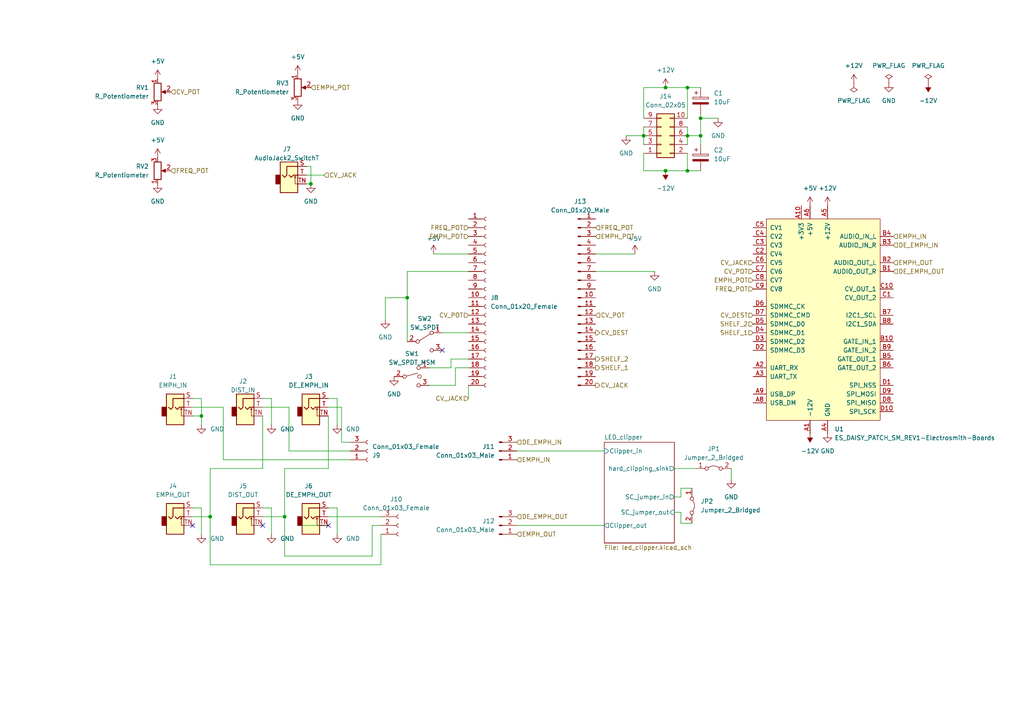
<source format=kicad_sch>
(kicad_sch (version 20211123) (generator eeschema)
  (paper "A4")
  (lib_symbols
    (symbol "Connector:AudioJack2_SwitchT"
      (property "Reference" "J" (at 0 8.89 0))
      (property "Value" "AudioJack2_SwitchT" (at 0 6.35 0))
      (symbol "AudioJack2_SwitchT_0_1"
        (rectangle (start -2.54 0) (end -3.81 -2.54) (stroke (width 0.254)) (fill (type outline)))
        (polyline (pts (xy 1.778 -0.254) (xy 2.032 -0.762)))
        (polyline (pts (xy 0 0) (xy 0.635 -0.635) (xy 1.27 0) (xy 2.54 0)) (stroke (width 0.254)))
        (polyline (pts (xy 2.54 -2.54) (xy 1.778 -2.54) (xy 1.778 -0.254) (xy 1.524 -0.762)))
        (polyline (pts (xy 2.54 2.54) (xy -0.635 2.54) (xy -0.635 0) (xy -1.27 -0.635) (xy -1.905 0)) (stroke (width 0.254)))
        (rectangle (start 2.54 3.81) (end -2.54 -5.08) (stroke (width 0.254)) (fill (type background)))
      )
      (symbol "AudioJack2_SwitchT_1_1"
        (pin passive line (at 5.08 2.54 180) (length 2.54) (name "~") (number "S"))
        (pin passive line (at 5.08 0 180) (length 2.54) (name "~") (number "T"))
        (pin passive line (at 5.08 -2.54 180) (length 2.54) (name "~") (number "TN"))
      )
    )
    (symbol "Connector:Conn_01x03_Female" (pin_names (offset 1.016) hide)
      (property "Reference" "J" (at 0 5.08 0))
      (property "Value" "Conn_01x03_Female" (at 0 -5.08 0))
      (symbol "Conn_01x03_Female_1_1"
        (arc (start 0 -2.032) (mid -0.508 -2.54) (end 0 -3.048) (stroke (width 0.1524)))
        (polyline (pts (xy -1.27 -2.54) (xy -0.508 -2.54)) (stroke (width 0.1524)))
        (polyline (pts (xy -1.27 0) (xy -0.508 0)) (stroke (width 0.1524)))
        (polyline (pts (xy -1.27 2.54) (xy -0.508 2.54)) (stroke (width 0.1524)))
        (arc (start 0 0.508) (mid -0.508 0) (end 0 -0.508) (stroke (width 0.1524)))
        (arc (start 0 3.048) (mid -0.508 2.54) (end 0 2.032) (stroke (width 0.1524)))
        (pin passive line (at -5.08 2.54 0) (length 3.81) (name "Pin_1") (number "1"))
        (pin passive line (at -5.08 0 0) (length 3.81) (name "Pin_2") (number "2"))
        (pin passive line (at -5.08 -2.54 0) (length 3.81) (name "Pin_3") (number "3"))
      )
    )
    (symbol "Connector:Conn_01x03_Male" (pin_names (offset 1.016) hide)
      (property "Reference" "J" (at 0 5.08 0))
      (property "Value" "Conn_01x03_Male" (at 0 -5.08 0))
      (symbol "Conn_01x03_Male_1_1"
        (polyline (pts (xy 1.27 -2.54) (xy 0.8636 -2.54)) (stroke (width 0.1524)))
        (polyline (pts (xy 1.27 0) (xy 0.8636 0)) (stroke (width 0.1524)))
        (polyline (pts (xy 1.27 2.54) (xy 0.8636 2.54)) (stroke (width 0.1524)))
        (rectangle (start 0.8636 -2.413) (end 0 -2.667) (stroke (width 0.1524)) (fill (type outline)))
        (rectangle (start 0.8636 0.127) (end 0 -0.127) (stroke (width 0.1524)) (fill (type outline)))
        (rectangle (start 0.8636 2.667) (end 0 2.413) (stroke (width 0.1524)) (fill (type outline)))
        (pin passive line (at 5.08 2.54 180) (length 3.81) (name "Pin_1") (number "1"))
        (pin passive line (at 5.08 0 180) (length 3.81) (name "Pin_2") (number "2"))
        (pin passive line (at 5.08 -2.54 180) (length 3.81) (name "Pin_3") (number "3"))
      )
    )
    (symbol "Connector:Conn_01x20_Female" (pin_names (offset 1.016) hide)
      (property "Reference" "J" (at 0 25.4 0))
      (property "Value" "Conn_01x20_Female" (at 0 -27.94 0))
      (symbol "Conn_01x20_Female_1_1"
        (arc (start 0 -24.892) (mid -0.508 -25.4) (end 0 -25.908) (stroke (width 0.1524)))
        (arc (start 0 -22.352) (mid -0.508 -22.86) (end 0 -23.368) (stroke (width 0.1524)))
        (arc (start 0 -19.812) (mid -0.508 -20.32) (end 0 -20.828) (stroke (width 0.1524)))
        (arc (start 0 -17.272) (mid -0.508 -17.78) (end 0 -18.288) (stroke (width 0.1524)))
        (arc (start 0 -14.732) (mid -0.508 -15.24) (end 0 -15.748) (stroke (width 0.1524)))
        (arc (start 0 -12.192) (mid -0.508 -12.7) (end 0 -13.208) (stroke (width 0.1524)))
        (arc (start 0 -9.652) (mid -0.508 -10.16) (end 0 -10.668) (stroke (width 0.1524)))
        (arc (start 0 -7.112) (mid -0.508 -7.62) (end 0 -8.128) (stroke (width 0.1524)))
        (arc (start 0 -4.572) (mid -0.508 -5.08) (end 0 -5.588) (stroke (width 0.1524)))
        (arc (start 0 -2.032) (mid -0.508 -2.54) (end 0 -3.048) (stroke (width 0.1524)))
        (polyline (pts (xy -1.27 -25.4) (xy -0.508 -25.4)) (stroke (width 0.1524)))
        (polyline (pts (xy -1.27 -22.86) (xy -0.508 -22.86)) (stroke (width 0.1524)))
        (polyline (pts (xy -1.27 -20.32) (xy -0.508 -20.32)) (stroke (width 0.1524)))
        (polyline (pts (xy -1.27 -17.78) (xy -0.508 -17.78)) (stroke (width 0.1524)))
        (polyline (pts (xy -1.27 -15.24) (xy -0.508 -15.24)) (stroke (width 0.1524)))
        (polyline (pts (xy -1.27 -12.7) (xy -0.508 -12.7)) (stroke (width 0.1524)))
        (polyline (pts (xy -1.27 -10.16) (xy -0.508 -10.16)) (stroke (width 0.1524)))
        (polyline (pts (xy -1.27 -7.62) (xy -0.508 -7.62)) (stroke (width 0.1524)))
        (polyline (pts (xy -1.27 -5.08) (xy -0.508 -5.08)) (stroke (width 0.1524)))
        (polyline (pts (xy -1.27 -2.54) (xy -0.508 -2.54)) (stroke (width 0.1524)))
        (polyline (pts (xy -1.27 0) (xy -0.508 0)) (stroke (width 0.1524)))
        (polyline (pts (xy -1.27 2.54) (xy -0.508 2.54)) (stroke (width 0.1524)))
        (polyline (pts (xy -1.27 5.08) (xy -0.508 5.08)) (stroke (width 0.1524)))
        (polyline (pts (xy -1.27 7.62) (xy -0.508 7.62)) (stroke (width 0.1524)))
        (polyline (pts (xy -1.27 10.16) (xy -0.508 10.16)) (stroke (width 0.1524)))
        (polyline (pts (xy -1.27 12.7) (xy -0.508 12.7)) (stroke (width 0.1524)))
        (polyline (pts (xy -1.27 15.24) (xy -0.508 15.24)) (stroke (width 0.1524)))
        (polyline (pts (xy -1.27 17.78) (xy -0.508 17.78)) (stroke (width 0.1524)))
        (polyline (pts (xy -1.27 20.32) (xy -0.508 20.32)) (stroke (width 0.1524)))
        (polyline (pts (xy -1.27 22.86) (xy -0.508 22.86)) (stroke (width 0.1524)))
        (arc (start 0 0.508) (mid -0.508 0) (end 0 -0.508) (stroke (width 0.1524)))
        (arc (start 0 3.048) (mid -0.508 2.54) (end 0 2.032) (stroke (width 0.1524)))
        (arc (start 0 5.588) (mid -0.508 5.08) (end 0 4.572) (stroke (width 0.1524)))
        (arc (start 0 8.128) (mid -0.508 7.62) (end 0 7.112) (stroke (width 0.1524)))
        (arc (start 0 10.668) (mid -0.508 10.16) (end 0 9.652) (stroke (width 0.1524)))
        (arc (start 0 13.208) (mid -0.508 12.7) (end 0 12.192) (stroke (width 0.1524)))
        (arc (start 0 15.748) (mid -0.508 15.24) (end 0 14.732) (stroke (width 0.1524)))
        (arc (start 0 18.288) (mid -0.508 17.78) (end 0 17.272) (stroke (width 0.1524)))
        (arc (start 0 20.828) (mid -0.508 20.32) (end 0 19.812) (stroke (width 0.1524)))
        (arc (start 0 23.368) (mid -0.508 22.86) (end 0 22.352) (stroke (width 0.1524)))
        (pin passive line (at -5.08 22.86 0) (length 3.81) (name "Pin_1") (number "1"))
        (pin passive line (at -5.08 0 0) (length 3.81) (name "Pin_10") (number "10"))
        (pin passive line (at -5.08 -2.54 0) (length 3.81) (name "Pin_11") (number "11"))
        (pin passive line (at -5.08 -5.08 0) (length 3.81) (name "Pin_12") (number "12"))
        (pin passive line (at -5.08 -7.62 0) (length 3.81) (name "Pin_13") (number "13"))
        (pin passive line (at -5.08 -10.16 0) (length 3.81) (name "Pin_14") (number "14"))
        (pin passive line (at -5.08 -12.7 0) (length 3.81) (name "Pin_15") (number "15"))
        (pin passive line (at -5.08 -15.24 0) (length 3.81) (name "Pin_16") (number "16"))
        (pin passive line (at -5.08 -17.78 0) (length 3.81) (name "Pin_17") (number "17"))
        (pin passive line (at -5.08 -20.32 0) (length 3.81) (name "Pin_18") (number "18"))
        (pin passive line (at -5.08 -22.86 0) (length 3.81) (name "Pin_19") (number "19"))
        (pin passive line (at -5.08 20.32 0) (length 3.81) (name "Pin_2") (number "2"))
        (pin passive line (at -5.08 -25.4 0) (length 3.81) (name "Pin_20") (number "20"))
        (pin passive line (at -5.08 17.78 0) (length 3.81) (name "Pin_3") (number "3"))
        (pin passive line (at -5.08 15.24 0) (length 3.81) (name "Pin_4") (number "4"))
        (pin passive line (at -5.08 12.7 0) (length 3.81) (name "Pin_5") (number "5"))
        (pin passive line (at -5.08 10.16 0) (length 3.81) (name "Pin_6") (number "6"))
        (pin passive line (at -5.08 7.62 0) (length 3.81) (name "Pin_7") (number "7"))
        (pin passive line (at -5.08 5.08 0) (length 3.81) (name "Pin_8") (number "8"))
        (pin passive line (at -5.08 2.54 0) (length 3.81) (name "Pin_9") (number "9"))
      )
    )
    (symbol "Connector:Conn_01x20_Male" (pin_names (offset 1.016) hide)
      (property "Reference" "J" (at 0 25.4 0))
      (property "Value" "Conn_01x20_Male" (at 0 -27.94 0))
      (symbol "Conn_01x20_Male_1_1"
        (polyline (pts (xy 1.27 -25.4) (xy 0.8636 -25.4)) (stroke (width 0.1524)))
        (polyline (pts (xy 1.27 -22.86) (xy 0.8636 -22.86)) (stroke (width 0.1524)))
        (polyline (pts (xy 1.27 -20.32) (xy 0.8636 -20.32)) (stroke (width 0.1524)))
        (polyline (pts (xy 1.27 -17.78) (xy 0.8636 -17.78)) (stroke (width 0.1524)))
        (polyline (pts (xy 1.27 -15.24) (xy 0.8636 -15.24)) (stroke (width 0.1524)))
        (polyline (pts (xy 1.27 -12.7) (xy 0.8636 -12.7)) (stroke (width 0.1524)))
        (polyline (pts (xy 1.27 -10.16) (xy 0.8636 -10.16)) (stroke (width 0.1524)))
        (polyline (pts (xy 1.27 -7.62) (xy 0.8636 -7.62)) (stroke (width 0.1524)))
        (polyline (pts (xy 1.27 -5.08) (xy 0.8636 -5.08)) (stroke (width 0.1524)))
        (polyline (pts (xy 1.27 -2.54) (xy 0.8636 -2.54)) (stroke (width 0.1524)))
        (polyline (pts (xy 1.27 0) (xy 0.8636 0)) (stroke (width 0.1524)))
        (polyline (pts (xy 1.27 2.54) (xy 0.8636 2.54)) (stroke (width 0.1524)))
        (polyline (pts (xy 1.27 5.08) (xy 0.8636 5.08)) (stroke (width 0.1524)))
        (polyline (pts (xy 1.27 7.62) (xy 0.8636 7.62)) (stroke (width 0.1524)))
        (polyline (pts (xy 1.27 10.16) (xy 0.8636 10.16)) (stroke (width 0.1524)))
        (polyline (pts (xy 1.27 12.7) (xy 0.8636 12.7)) (stroke (width 0.1524)))
        (polyline (pts (xy 1.27 15.24) (xy 0.8636 15.24)) (stroke (width 0.1524)))
        (polyline (pts (xy 1.27 17.78) (xy 0.8636 17.78)) (stroke (width 0.1524)))
        (polyline (pts (xy 1.27 20.32) (xy 0.8636 20.32)) (stroke (width 0.1524)))
        (polyline (pts (xy 1.27 22.86) (xy 0.8636 22.86)) (stroke (width 0.1524)))
        (rectangle (start 0.8636 -25.273) (end 0 -25.527) (stroke (width 0.1524)) (fill (type outline)))
        (rectangle (start 0.8636 -22.733) (end 0 -22.987) (stroke (width 0.1524)) (fill (type outline)))
        (rectangle (start 0.8636 -20.193) (end 0 -20.447) (stroke (width 0.1524)) (fill (type outline)))
        (rectangle (start 0.8636 -17.653) (end 0 -17.907) (stroke (width 0.1524)) (fill (type outline)))
        (rectangle (start 0.8636 -15.113) (end 0 -15.367) (stroke (width 0.1524)) (fill (type outline)))
        (rectangle (start 0.8636 -12.573) (end 0 -12.827) (stroke (width 0.1524)) (fill (type outline)))
        (rectangle (start 0.8636 -10.033) (end 0 -10.287) (stroke (width 0.1524)) (fill (type outline)))
        (rectangle (start 0.8636 -7.493) (end 0 -7.747) (stroke (width 0.1524)) (fill (type outline)))
        (rectangle (start 0.8636 -4.953) (end 0 -5.207) (stroke (width 0.1524)) (fill (type outline)))
        (rectangle (start 0.8636 -2.413) (end 0 -2.667) (stroke (width 0.1524)) (fill (type outline)))
        (rectangle (start 0.8636 0.127) (end 0 -0.127) (stroke (width 0.1524)) (fill (type outline)))
        (rectangle (start 0.8636 2.667) (end 0 2.413) (stroke (width 0.1524)) (fill (type outline)))
        (rectangle (start 0.8636 5.207) (end 0 4.953) (stroke (width 0.1524)) (fill (type outline)))
        (rectangle (start 0.8636 7.747) (end 0 7.493) (stroke (width 0.1524)) (fill (type outline)))
        (rectangle (start 0.8636 10.287) (end 0 10.033) (stroke (width 0.1524)) (fill (type outline)))
        (rectangle (start 0.8636 12.827) (end 0 12.573) (stroke (width 0.1524)) (fill (type outline)))
        (rectangle (start 0.8636 15.367) (end 0 15.113) (stroke (width 0.1524)) (fill (type outline)))
        (rectangle (start 0.8636 17.907) (end 0 17.653) (stroke (width 0.1524)) (fill (type outline)))
        (rectangle (start 0.8636 20.447) (end 0 20.193) (stroke (width 0.1524)) (fill (type outline)))
        (rectangle (start 0.8636 22.987) (end 0 22.733) (stroke (width 0.1524)) (fill (type outline)))
        (pin passive line (at 5.08 22.86 180) (length 3.81) (name "Pin_1") (number "1"))
        (pin passive line (at 5.08 0 180) (length 3.81) (name "Pin_10") (number "10"))
        (pin passive line (at 5.08 -2.54 180) (length 3.81) (name "Pin_11") (number "11"))
        (pin passive line (at 5.08 -5.08 180) (length 3.81) (name "Pin_12") (number "12"))
        (pin passive line (at 5.08 -7.62 180) (length 3.81) (name "Pin_13") (number "13"))
        (pin passive line (at 5.08 -10.16 180) (length 3.81) (name "Pin_14") (number "14"))
        (pin passive line (at 5.08 -12.7 180) (length 3.81) (name "Pin_15") (number "15"))
        (pin passive line (at 5.08 -15.24 180) (length 3.81) (name "Pin_16") (number "16"))
        (pin passive line (at 5.08 -17.78 180) (length 3.81) (name "Pin_17") (number "17"))
        (pin passive line (at 5.08 -20.32 180) (length 3.81) (name "Pin_18") (number "18"))
        (pin passive line (at 5.08 -22.86 180) (length 3.81) (name "Pin_19") (number "19"))
        (pin passive line (at 5.08 20.32 180) (length 3.81) (name "Pin_2") (number "2"))
        (pin passive line (at 5.08 -25.4 180) (length 3.81) (name "Pin_20") (number "20"))
        (pin passive line (at 5.08 17.78 180) (length 3.81) (name "Pin_3") (number "3"))
        (pin passive line (at 5.08 15.24 180) (length 3.81) (name "Pin_4") (number "4"))
        (pin passive line (at 5.08 12.7 180) (length 3.81) (name "Pin_5") (number "5"))
        (pin passive line (at 5.08 10.16 180) (length 3.81) (name "Pin_6") (number "6"))
        (pin passive line (at 5.08 7.62 180) (length 3.81) (name "Pin_7") (number "7"))
        (pin passive line (at 5.08 5.08 180) (length 3.81) (name "Pin_8") (number "8"))
        (pin passive line (at 5.08 2.54 180) (length 3.81) (name "Pin_9") (number "9"))
      )
    )
    (symbol "Connector_Generic:Conn_02x05_Odd_Even" (pin_names (offset 1.016) hide)
      (property "Reference" "J" (at 1.27 7.62 0))
      (property "Value" "Conn_02x05_Odd_Even" (at 1.27 -7.62 0))
      (symbol "Conn_02x05_Odd_Even_1_1"
        (rectangle (start -1.27 -4.953) (end 0 -5.207) (stroke (width 0.1524)))
        (rectangle (start -1.27 -2.413) (end 0 -2.667) (stroke (width 0.1524)))
        (rectangle (start -1.27 0.127) (end 0 -0.127) (stroke (width 0.1524)))
        (rectangle (start -1.27 2.667) (end 0 2.413) (stroke (width 0.1524)))
        (rectangle (start -1.27 5.207) (end 0 4.953) (stroke (width 0.1524)))
        (rectangle (start -1.27 6.35) (end 3.81 -6.35) (stroke (width 0.254)) (fill (type background)))
        (rectangle (start 3.81 -4.953) (end 2.54 -5.207) (stroke (width 0.1524)))
        (rectangle (start 3.81 -2.413) (end 2.54 -2.667) (stroke (width 0.1524)))
        (rectangle (start 3.81 0.127) (end 2.54 -0.127) (stroke (width 0.1524)))
        (rectangle (start 3.81 2.667) (end 2.54 2.413) (stroke (width 0.1524)))
        (rectangle (start 3.81 5.207) (end 2.54 4.953) (stroke (width 0.1524)))
        (pin passive line (at -5.08 5.08 0) (length 3.81) (name "Pin_1") (number "1"))
        (pin passive line (at 7.62 -5.08 180) (length 3.81) (name "Pin_10") (number "10"))
        (pin passive line (at 7.62 5.08 180) (length 3.81) (name "Pin_2") (number "2"))
        (pin passive line (at -5.08 2.54 0) (length 3.81) (name "Pin_3") (number "3"))
        (pin passive line (at 7.62 2.54 180) (length 3.81) (name "Pin_4") (number "4"))
        (pin passive line (at -5.08 0 0) (length 3.81) (name "Pin_5") (number "5"))
        (pin passive line (at 7.62 0 180) (length 3.81) (name "Pin_6") (number "6"))
        (pin passive line (at -5.08 -2.54 0) (length 3.81) (name "Pin_7") (number "7"))
        (pin passive line (at 7.62 -2.54 180) (length 3.81) (name "Pin_8") (number "8"))
        (pin passive line (at -5.08 -5.08 0) (length 3.81) (name "Pin_9") (number "9"))
      )
    )
    (symbol "Device:C_Polarized" (pin_numbers hide) (pin_names (offset 0.254))
      (property "Reference" "C" (at 0.635 2.54 0))
      (property "Value" "C_Polarized" (at 0.635 -2.54 0))
      (symbol "C_Polarized_0_1"
        (rectangle (start -2.286 0.508) (end 2.286 1.016))
        (polyline (pts (xy -1.778 2.286) (xy -0.762 2.286)))
        (polyline (pts (xy -1.27 2.794) (xy -1.27 1.778)))
        (rectangle (start 2.286 -0.508) (end -2.286 -1.016) (fill (type outline)))
      )
      (symbol "C_Polarized_1_1"
        (pin passive line (at 0 3.81 270) (length 2.794) (name "~") (number "1"))
        (pin passive line (at 0 -3.81 90) (length 2.794) (name "~") (number "2"))
      )
    )
    (symbol "Device:R_Potentiometer" (pin_names (offset 1.016) hide)
      (property "Reference" "RV" (at -4.445 0 90))
      (property "Value" "R_Potentiometer" (at -2.54 0 90))
      (symbol "R_Potentiometer_0_1"
        (polyline (pts (xy 2.54 0) (xy 1.524 0)))
        (polyline (pts (xy 1.143 0) (xy 2.286 0.508) (xy 2.286 -0.508) (xy 1.143 0)) (fill (type outline)))
        (rectangle (start 1.016 2.54) (end -1.016 -2.54) (stroke (width 0.254)))
      )
      (symbol "R_Potentiometer_1_1"
        (pin passive line (at 0 3.81 270) (length 1.27) (name "1") (number "1"))
        (pin passive line (at 3.81 0 180) (length 1.27) (name "2") (number "2"))
        (pin passive line (at 0 -3.81 90) (length 1.27) (name "3") (number "3"))
      )
    )
    (symbol "Jumper:Jumper_2_Bridged" (pin_names (offset 0) hide)
      (property "Reference" "JP" (at 0 1.905 0))
      (property "Value" "Jumper_2_Bridged" (at 0 -2.54 0))
      (symbol "Jumper_2_Bridged_0_0"
        (circle (center -2.032 0) (radius 0.508))
        (circle (center 2.032 0) (radius 0.508))
      )
      (symbol "Jumper_2_Bridged_0_1"
        (arc (start 1.524 0.254) (mid 0 0.762) (end -1.524 0.254))
      )
      (symbol "Jumper_2_Bridged_1_1"
        (pin passive line (at -5.08 0 0) (length 2.54) (name "A") (number "1"))
        (pin passive line (at 5.08 0 180) (length 2.54) (name "B") (number "2"))
      )
    )
    (symbol "Switch:SW_SPDT" (pin_names (offset 0) hide)
      (property "Reference" "SW" (at 0 4.318 0))
      (property "Value" "SW_SPDT" (at 0 -5.08 0))
      (symbol "SW_SPDT_0_0"
        (circle (center -2.032 0) (radius 0.508))
        (circle (center 2.032 -2.54) (radius 0.508))
      )
      (symbol "SW_SPDT_0_1"
        (polyline (pts (xy -1.524 0.254) (xy 1.651 2.286)))
        (circle (center 2.032 2.54) (radius 0.508))
      )
      (symbol "SW_SPDT_1_1"
        (pin passive line (at 5.08 2.54 180) (length 2.54) (name "A") (number "1"))
        (pin passive line (at -5.08 0 0) (length 2.54) (name "B") (number "2"))
        (pin passive line (at 5.08 -2.54 180) (length 2.54) (name "C") (number "3"))
      )
    )
    (symbol "Switch:SW_SPDT_MSM" (pin_names (offset 0) hide)
      (property "Reference" "SW" (at 0 5.08 0))
      (property "Value" "SW_SPDT_MSM" (at 0 -5.08 0))
      (symbol "SW_SPDT_MSM_0_0"
        (circle (center -2.032 0) (radius 0.508))
        (polyline (pts (xy -1.524 0.127) (xy 1.778 1.016)))
        (circle (center 2.032 -2.54) (radius 0.508))
      )
      (symbol "SW_SPDT_MSM_0_1"
        (circle (center 2.032 2.54) (radius 0.508))
        (circle (center 2.286 0) (radius 0.508))
      )
      (symbol "SW_SPDT_MSM_1_1"
        (pin passive line (at 5.08 2.54 180) (length 2.54) (name "1") (number "1"))
        (pin passive line (at -5.08 0 0) (length 2.54) (name "2") (number "2"))
        (pin passive line (at 5.08 -2.54 180) (length 2.54) (name "3") (number "3"))
      )
    )
    (symbol "emphasis:ES_DAISY_PATCH_SM_REV1-Electrosmith-Boards" (pin_names (offset 1.016))
      (property "Reference" "U" (at 15.24 35.56 0))
      (property "Value" "ES_DAISY_PATCH_SM_REV1-Electrosmith-Boards" (at 15.24 33.02 0))
      (symbol "ES_DAISY_PATCH_SM_REV1-Electrosmith-Boards_0_1"
        (rectangle (start -16.51 29.21) (end 16.51 -29.21) (fill (type background)))
      )
      (symbol "ES_DAISY_PATCH_SM_REV1-Electrosmith-Boards_1_1"
        (pin power_in line (at -3.81 -33.02 90) (length 3.81) (name "-12V") (number "A1"))
        (pin power_in line (at -6.35 33.02 270) (length 3.81) (name "+3V3") (number "A10"))
        (pin input line (at -20.32 -13.97 0) (length 3.81) (name "UART_RX") (number "A2"))
        (pin output line (at -20.32 -16.51 0) (length 3.81) (name "UART_TX") (number "A3"))
        (pin power_out line (at 1.27 -33.02 90) (length 3.81) (name "GND") (number "A4"))
        (pin power_in line (at 1.27 33.02 270) (length 3.81) (name "+12V") (number "A5"))
        (pin power_in line (at -3.81 33.02 270) (length 3.81) (name "+5V") (number "A6"))
        (pin bidirectional line (at -20.32 -24.13 0) (length 3.81) (name "USB_DM") (number "A8"))
        (pin bidirectional line (at -20.32 -21.59 0) (length 3.81) (name "USB_DP") (number "A9"))
        (pin output line (at 20.32 13.97 180) (length 3.81) (name "AUDIO_OUT_R") (number "B1"))
        (pin input line (at 20.32 -6.35 180) (length 3.81) (name "GATE_IN_1") (number "B10"))
        (pin output line (at 20.32 16.51 180) (length 3.81) (name "AUDIO_OUT_L") (number "B2"))
        (pin input line (at 20.32 21.59 180) (length 3.81) (name "AUDIO_IN_R") (number "B3"))
        (pin input line (at 20.32 24.13 180) (length 3.81) (name "AUDIO_IN_L") (number "B4"))
        (pin output line (at 20.32 -11.43 180) (length 3.81) (name "GATE_OUT_1") (number "B5"))
        (pin output line (at 20.32 -13.97 180) (length 3.81) (name "GATE_OUT_2") (number "B6"))
        (pin open_collector line (at 20.32 1.27 180) (length 3.81) (name "I2C1_SCL") (number "B7"))
        (pin open_collector line (at 20.32 -1.27 180) (length 3.81) (name "I2C1_SDA") (number "B8"))
        (pin input line (at 20.32 -8.89 180) (length 3.81) (name "GATE_IN_2") (number "B9"))
        (pin output line (at 20.32 6.35 180) (length 3.81) (name "CV_OUT_2") (number "C1"))
        (pin output line (at 20.32 8.89 180) (length 3.81) (name "CV_OUT_1") (number "C10"))
        (pin input line (at -20.32 19.05 0) (length 3.81) (name "CV4") (number "C2"))
        (pin input line (at -20.32 21.59 0) (length 3.81) (name "CV3") (number "C3"))
        (pin input line (at -20.32 24.13 0) (length 3.81) (name "CV2") (number "C4"))
        (pin input line (at -20.32 26.67 0) (length 3.81) (name "CV1") (number "C5"))
        (pin input line (at -20.32 16.51 0) (length 3.81) (name "CV5") (number "C6"))
        (pin input line (at -20.32 13.97 0) (length 3.81) (name "CV6") (number "C7"))
        (pin input line (at -20.32 11.43 0) (length 3.81) (name "CV7") (number "C8"))
        (pin input line (at -20.32 8.89 0) (length 3.81) (name "CV8") (number "C9"))
        (pin output line (at 20.32 -19.05 180) (length 3.81) (name "SPI_NSS") (number "D1"))
        (pin output line (at 20.32 -26.67 180) (length 3.81) (name "SPI_SCK") (number "D10"))
        (pin bidirectional line (at -20.32 -8.89 0) (length 3.81) (name "SDMMC_D3") (number "D2"))
        (pin bidirectional line (at -20.32 -6.35 0) (length 3.81) (name "SDMMC_D2") (number "D3"))
        (pin bidirectional line (at -20.32 -3.81 0) (length 3.81) (name "SDMMC_D1") (number "D4"))
        (pin bidirectional line (at -20.32 -1.27 0) (length 3.81) (name "SDMMC_D0") (number "D5"))
        (pin output line (at -20.32 3.81 0) (length 3.81) (name "SDMMC_CK") (number "D6"))
        (pin output line (at -20.32 1.27 0) (length 3.81) (name "SDMMC_CMD") (number "D7"))
        (pin input line (at 20.32 -24.13 180) (length 3.81) (name "SPI_MISO") (number "D8"))
        (pin output line (at 20.32 -21.59 180) (length 3.81) (name "SPI_MOSI") (number "D9"))
      )
    )
    (symbol "power:+12V" (power) (pin_names (offset 0))
      (property "Value" "+12V" (at 0 3.556 0))
      (symbol "+12V_0_1"
        (polyline (pts (xy -0.762 1.27) (xy 0 2.54)))
        (polyline (pts (xy 0 0) (xy 0 2.54)))
        (polyline (pts (xy 0 2.54) (xy 0.762 1.27)))
      )
      (symbol "+12V_1_1"
        (pin power_in line (at 0 0 90) (length 0) hide (name "+12V") (number "1"))
      )
    )
    (symbol "power:+5V" (power) (pin_names (offset 0))
      (property "Value" "+5V" (at 0 3.556 0))
      (symbol "+5V_0_1"
        (polyline (pts (xy -0.762 1.27) (xy 0 2.54)))
        (polyline (pts (xy 0 0) (xy 0 2.54)))
        (polyline (pts (xy 0 2.54) (xy 0.762 1.27)))
      )
      (symbol "+5V_1_1"
        (pin power_in line (at 0 0 90) (length 0) hide (name "+5V") (number "1"))
      )
    )
    (symbol "power:-12V" (power) (pin_names (offset 0))
      (property "Value" "-12V" (at 0 3.81 0))
      (symbol "-12V_0_0"
        (pin power_in line (at 0 0 90) (length 0) hide (name "-12V") (number "1"))
      )
      (symbol "-12V_0_1"
        (polyline (pts (xy 0 0) (xy 0 1.27) (xy 0.762 1.27) (xy 0 2.54) (xy -0.762 1.27) (xy 0 1.27)) (fill (type outline)))
      )
    )
    (symbol "power:GND" (power) (pin_names (offset 0))
      (property "Value" "GND" (at 0 -3.81 0))
      (symbol "GND_0_1"
        (polyline (pts (xy 0 0) (xy 0 -1.27) (xy 1.27 -1.27) (xy 0 -2.54) (xy -1.27 -1.27) (xy 0 -1.27)))
      )
      (symbol "GND_1_1"
        (pin power_in line (at 0 0 270) (length 0) hide (name "GND") (number "1"))
      )
    )
    (symbol "power:PWR_FLAG" (power) (pin_numbers hide) (pin_names (offset 0) hide)
      (property "Value" "PWR_FLAG" (at 0 3.81 0))
      (symbol "PWR_FLAG_0_0"
        (pin power_out line (at 0 0 90) (length 0) (name "pwr") (number "1"))
      )
      (symbol "PWR_FLAG_0_1"
        (polyline (pts (xy 0 0) (xy 0 1.27) (xy -1.016 1.905) (xy 0 2.54) (xy 1.016 1.905) (xy 0 1.27)))
      )
    )
  )
  (junction (at 82.55 149.86))
  (junction (at 199.39 49.53))
  (junction (at 90.17 53.34))
  (junction (at 203.2 39.37))
  (junction (at 193.04 49.53))
  (junction (at 118.11 86.36))
  (junction (at 60.96 149.86))
  (junction (at 186.69 39.37))
  (junction (at 199.39 25.4))
  (junction (at 193.04 25.4))
  (junction (at 203.2 34.29))
  (junction (at 58.42 120.65))
  (junction (at 199.39 39.37))
  (no_connect (at 95.25 152.4))
  (no_connect (at 55.88 152.4))
  (no_connect (at 128.27 101.6))
  (no_connect (at 76.2 152.4))
  (wire (pts (xy 64.77 118.11) (xy 64.77 133.35)))
  (wire (pts (xy 186.69 36.83) (xy 186.69 39.37)))
  (wire (pts (xy 90.17 48.26) (xy 90.17 53.34)))
  (wire (pts (xy 88.9 53.34) (xy 90.17 53.34)))
  (wire (pts (xy 78.74 147.32) (xy 76.2 147.32)))
  (wire (pts (xy 193.04 25.4) (xy 199.39 25.4)))
  (wire (pts (xy 203.2 33.02) (xy 203.2 34.29)))
  (wire (pts (xy 78.74 115.57) (xy 78.74 123.19)))
  (wire (pts (xy 76.2 118.11) (xy 83.82 118.11)))
  (wire (pts (xy 107.95 161.29) (xy 107.95 152.4)))
  (wire (pts (xy 199.39 25.4) (xy 199.39 34.29)))
  (wire (pts (xy 197.485 141.605) (xy 197.485 144.145)))
  (wire (pts (xy 181.61 39.37) (xy 186.69 39.37)))
  (wire (pts (xy 203.2 39.37) (xy 203.2 41.91)))
  (wire (pts (xy 78.74 154.94) (xy 78.74 147.32)))
  (wire (pts (xy 64.77 133.35) (xy 101.6 133.35)))
  (wire (pts (xy 83.82 118.11) (xy 83.82 130.81)))
  (wire (pts (xy 149.86 152.4) (xy 175.26 152.4)))
  (wire (pts (xy 83.82 130.81) (xy 101.6 130.81)))
  (wire (pts (xy 186.69 34.29) (xy 186.69 25.4)))
  (wire (pts (xy 195.58 148.59) (xy 197.485 148.59)))
  (wire (pts (xy 118.11 78.74) (xy 118.11 86.36)))
  (wire (pts (xy 135.89 104.14) (xy 130.81 104.14)))
  (wire (pts (xy 82.55 135.89) (xy 95.25 135.89)))
  (wire (pts (xy 212.09 135.89) (xy 212.09 139.065)))
  (wire (pts (xy 87.63 152.4) (xy 95.25 152.4)))
  (wire (pts (xy 149.86 130.81) (xy 175.26 130.81)))
  (wire (pts (xy 55.88 120.65) (xy 58.42 120.65)))
  (wire (pts (xy 60.96 135.89) (xy 76.2 135.89)))
  (wire (pts (xy 82.55 161.29) (xy 107.95 161.29)))
  (wire (pts (xy 197.485 151.765) (xy 200.66 151.765)))
  (wire (pts (xy 88.9 50.8) (xy 93.98 50.8)))
  (wire (pts (xy 199.39 39.37) (xy 203.2 39.37)))
  (wire (pts (xy 55.88 118.11) (xy 64.77 118.11)))
  (wire (pts (xy 88.9 48.26) (xy 90.17 48.26)))
  (wire (pts (xy 97.79 115.57) (xy 97.79 123.19)))
  (wire (pts (xy 186.69 44.45) (xy 186.69 49.53)))
  (wire (pts (xy 95.25 147.32) (xy 97.79 147.32)))
  (wire (pts (xy 118.11 86.36) (xy 111.76 86.36)))
  (wire (pts (xy 203.2 34.29) (xy 203.2 39.37)))
  (wire (pts (xy 124.46 106.68) (xy 130.81 106.68)))
  (wire (pts (xy 111.76 86.36) (xy 111.76 92.71)))
  (wire (pts (xy 124.46 111.76) (xy 132.08 111.76)))
  (wire (pts (xy 128.27 96.52) (xy 135.89 96.52)))
  (wire (pts (xy 95.25 115.57) (xy 97.79 115.57)))
  (wire (pts (xy 135.89 78.74) (xy 118.11 78.74)))
  (wire (pts (xy 197.485 144.145) (xy 195.58 144.145)))
  (wire (pts (xy 76.2 115.57) (xy 78.74 115.57)))
  (wire (pts (xy 58.42 147.32) (xy 55.88 147.32)))
  (wire (pts (xy 82.55 149.86) (xy 82.55 161.29)))
  (wire (pts (xy 199.39 25.4) (xy 203.2 25.4)))
  (wire (pts (xy 193.04 49.53) (xy 199.39 49.53)))
  (wire (pts (xy 135.89 106.68) (xy 132.08 106.68)))
  (wire (pts (xy 55.88 115.57) (xy 58.42 115.57)))
  (wire (pts (xy 60.96 163.83) (xy 110.49 163.83)))
  (wire (pts (xy 132.08 106.68) (xy 132.08 111.76)))
  (wire (pts (xy 200.66 141.605) (xy 197.485 141.605)))
  (wire (pts (xy 172.72 73.66) (xy 184.15 73.66)))
  (wire (pts (xy 58.42 154.94) (xy 58.42 147.32)))
  (wire (pts (xy 55.88 149.86) (xy 60.96 149.86)))
  (wire (pts (xy 110.49 163.83) (xy 110.49 154.94)))
  (wire (pts (xy 186.69 39.37) (xy 186.69 41.91)))
  (wire (pts (xy 95.25 135.89) (xy 95.25 120.65)))
  (wire (pts (xy 195.58 135.89) (xy 201.93 135.89)))
  (wire (pts (xy 95.25 118.11) (xy 99.06 118.11)))
  (wire (pts (xy 199.39 39.37) (xy 199.39 41.91)))
  (wire (pts (xy 95.25 149.86) (xy 110.49 149.86)))
  (wire (pts (xy 135.89 111.76) (xy 135.89 115.57)))
  (wire (pts (xy 99.06 118.11) (xy 99.06 128.27)))
  (wire (pts (xy 197.485 148.59) (xy 197.485 151.765)))
  (wire (pts (xy 76.2 135.89) (xy 76.2 120.65)))
  (wire (pts (xy 58.42 120.65) (xy 58.42 123.19)))
  (wire (pts (xy 199.39 36.83) (xy 199.39 39.37)))
  (wire (pts (xy 97.79 147.32) (xy 97.79 154.94)))
  (wire (pts (xy 199.39 49.53) (xy 203.2 49.53)))
  (wire (pts (xy 99.06 128.27) (xy 101.6 128.27)))
  (wire (pts (xy 186.69 49.53) (xy 193.04 49.53)))
  (wire (pts (xy 60.96 149.86) (xy 60.96 135.89)))
  (wire (pts (xy 186.69 25.4) (xy 193.04 25.4)))
  (wire (pts (xy 125.73 73.66) (xy 135.89 73.66)))
  (wire (pts (xy 58.42 115.57) (xy 58.42 120.65)))
  (wire (pts (xy 203.2 34.29) (xy 208.28 34.29)))
  (wire (pts (xy 130.81 104.14) (xy 130.81 106.68)))
  (wire (pts (xy 199.39 49.53) (xy 199.39 44.45)))
  (wire (pts (xy 118.11 86.36) (xy 118.11 99.06)))
  (wire (pts (xy 76.2 149.86) (xy 82.55 149.86)))
  (wire (pts (xy 82.55 149.86) (xy 82.55 135.89)))
  (wire (pts (xy 172.72 78.74) (xy 189.865 78.74)))
  (wire (pts (xy 107.95 152.4) (xy 110.49 152.4)))
  (wire (pts (xy 60.96 149.86) (xy 60.96 163.83)))
  (hierarchical_label "FREQ_POT" (shape input) (at 135.89 66.04 180))
  (hierarchical_label "CV_JACK" (shape output) (at 172.72 111.76 0))
  (hierarchical_label "DE_EMPH_OUT" (shape input) (at 149.86 149.86 0))
  (hierarchical_label "EMPH_POT" (shape input) (at 172.72 68.58 0))
  (hierarchical_label "CV_POT" (shape input) (at 172.72 91.44 0))
  (hierarchical_label "CV_POT" (shape input) (at 218.44 78.74 180))
  (hierarchical_label "CV_POT" (shape input) (at 135.89 91.44 180))
  (hierarchical_label "SHELF_1" (shape output) (at 172.72 106.68 0))
  (hierarchical_label "SHELF_2" (shape input) (at 218.44 93.98 180))
  (hierarchical_label "SHELF_2" (shape output) (at 172.72 104.14 0))
  (hierarchical_label "EMPH_POT" (shape input) (at 135.89 68.58 180))
  (hierarchical_label "FREQ_POT" (shape input) (at 218.44 83.82 180))
  (hierarchical_label "FREQ_POT" (shape input) (at 49.53 49.53 0))
  (hierarchical_label "EMPH_IN" (shape input) (at 259.08 68.58 0))
  (hierarchical_label "SHELF_1" (shape input) (at 218.44 96.52 180))
  (hierarchical_label "EMPH_POT" (shape input) (at 90.17 25.4 0))
  (hierarchical_label "EMPH_IN" (shape input) (at 149.86 133.35 0))
  (hierarchical_label "EMPH_OUT" (shape input) (at 149.86 154.94 0))
  (hierarchical_label "CV_DEST" (shape output) (at 172.72 96.52 0))
  (hierarchical_label "CV_JACK" (shape input) (at 93.98 50.8 0))
  (hierarchical_label "DE_EMPH_IN" (shape input) (at 149.86 128.27 0))
  (hierarchical_label "CV_JACK" (shape input) (at 218.44 76.2 180))
  (hierarchical_label "CV_DEST" (shape input) (at 218.44 91.44 180))
  (hierarchical_label "DE_EMPH_IN" (shape input) (at 259.08 71.12 0))
  (hierarchical_label "FREQ_POT" (shape input) (at 172.72 66.04 0))
  (hierarchical_label "DE_EMPH_OUT" (shape input) (at 259.08 78.74 0))
  (hierarchical_label "EMPH_OUT" (shape input) (at 259.08 76.2 0))
  (hierarchical_label "CV_JACK" (shape input) (at 135.89 115.57 180))
  (hierarchical_label "EMPH_POT" (shape input) (at 218.44 81.28 180))
  (hierarchical_label "CV_POT" (shape input) (at 49.53 26.67 0))
  (symbol (lib_id "power:+12V") (at 240.03 59.69 0) (unit 1)
    (property "Reference" "#PWR0124" (effects hide))
    (property "Value" "+12V" (at 240.03 54.61 0))
  )
  (symbol (lib_id "power:GND") (at 212.09 139.065 0) (unit 1)
    (property "Reference" "#PWR01" (effects hide))
    (property "Value" "GND" (at 212.09 144.145 0))
  )
  (symbol (lib_id "power:+5V") (at 234.95 59.69 0) (unit 1)
    (property "Reference" "#PWR0125" (effects hide))
    (property "Value" "+5V" (at 234.95 54.61 0))
  )
  (symbol (lib_id "power:PWR_FLAG") (at 269.24 24.13 0) (unit 1)
    (property "Reference" "#FLG0101" (effects hide))
    (property "Value" "PWR_FLAG" (at 269.24 19.05 0))
  )
  (symbol (lib_id "power:GND") (at 58.42 123.19 0) (mirror y) (unit 1)
    (property "Reference" "#PWR0104" (effects hide))
    (property "Value" "GND" (at 60.96 124.4599 0) (effects (justify right)))
  )
  (symbol (lib_id "Jumper:Jumper_2_Bridged") (at 200.66 146.685 270) (unit 1)
    (property "Reference" "JP2" (at 203.2 145.4149 90) (effects (justify left)))
    (property "Value" "Jumper_2_Bridged" (at 203.2 147.9549 90) (effects (justify left)))
    (property "Footprint" "Connector_PinHeader_2.54mm:PinHeader_1x02_P2.54mm_Vertical" (effects hide))
  )
  (symbol (lib_id "power:GND") (at 45.72 53.34 0) (unit 1)
    (property "Reference" "#PWR0114" (effects hide))
    (property "Value" "GND" (at 45.72 58.42 0))
  )
  (symbol (lib_id "Jumper:Jumper_2_Bridged") (at 207.01 135.89 0) (unit 1)
    (property "Reference" "JP1" (at 207.01 130.175 0))
    (property "Value" "Jumper_2_Bridged" (at 207.01 132.715 0))
    (property "Footprint" "Connector_PinHeader_2.54mm:PinHeader_1x02_P2.54mm_Vertical" (effects hide))
  )
  (symbol (lib_id "power:GND") (at 240.03 125.73 0) (unit 1)
    (property "Reference" "#PWR0123" (effects hide))
    (property "Value" "GND" (at 240.03 130.81 0))
  )
  (symbol (lib_id "power:+12V") (at 247.65 24.13 0) (unit 1)
    (property "Reference" "#PWR0120" (effects hide))
    (property "Value" "+12V" (at 247.65 19.05 0))
  )
  (symbol (lib_id "power:GND") (at 90.17 53.34 0) (unit 1)
    (property "Reference" "#PWR0103" (effects hide))
    (property "Value" "GND" (at 90.17 58.42 0))
  )
  (symbol (lib_id "Connector:AudioJack2_SwitchT") (at 50.8 149.86 0) (unit 1)
    (property "Reference" "J4" (at 50.165 140.97 0))
    (property "Value" "EMPH_OUT" (at 50.165 143.51 0))
    (property "Footprint" "Connector_Audio:Jack_3.5mm_QingPu_WQP-PJ398SM_Vertical_CircularHoles" (effects hide))
  )
  (symbol (lib_id "power:-12V") (at 269.24 24.13 0) (mirror x) (unit 1)
    (property "Reference" "#PWR0118" (effects hide))
    (property "Value" "-12V" (at 269.24 29.21 0))
  )
  (symbol (lib_id "power:PWR_FLAG") (at 257.81 24.13 0) (unit 1)
    (property "Reference" "#FLG0102" (effects hide))
    (property "Value" "PWR_FLAG" (at 257.81 19.05 0))
  )
  (symbol (lib_id "Connector:Conn_01x03_Male") (at 144.78 130.81 0) (mirror x) (unit 1)
    (property "Reference" "J11" (at 143.51 129.5399 0) (effects (justify right)))
    (property "Value" "Conn_01x03_Male" (at 143.51 132.0799 0) (effects (justify right)))
    (property "Footprint" "Connector_Molex:Molex_KK-254_AE-6410-03A_1x03_P2.54mm_Vertical" (effects hide))
  )
  (symbol (lib_id "power:+12V") (at 193.04 25.4 0) (unit 1)
    (property "Reference" "#PWR0121" (effects hide))
    (property "Value" "+12V" (at 193.04 20.32 0))
  )
  (symbol (lib_id "power:GND") (at 181.61 39.37 0) (unit 1)
    (property "Reference" "#PWR0127" (effects hide))
    (property "Value" "GND" (at 181.61 44.45 0))
  )
  (symbol (lib_id "Device:R_Potentiometer") (at 45.72 49.53 0) (mirror x) (unit 1)
    (property "Reference" "RV2" (at 43.18 48.2599 0) (effects (justify right)))
    (property "Value" "R_Potentiometer" (at 43.18 50.7999 0) (effects (justify right)))
    (property "Footprint" "Potentiometer_THT:Potentiometer_Alpha_RD901F-40-00D_Single_Vertical" (effects hide))
  )
  (symbol (lib_id "power:GND") (at 86.36 29.21 0) (unit 1)
    (property "Reference" "#PWR0116" (effects hide))
    (property "Value" "GND" (at 86.36 34.29 0))
  )
  (symbol (lib_id "Connector:AudioJack2_SwitchT") (at 50.8 118.11 0) (unit 1)
    (property "Reference" "J1" (at 50.165 109.22 0))
    (property "Value" "EMPH_IN" (at 50.165 111.76 0))
    (property "Footprint" "Connector_Audio:Jack_3.5mm_QingPu_WQP-PJ398SM_Vertical_CircularHoles" (effects hide))
  )
  (symbol (lib_id "power:GND") (at 78.74 154.94 0) (mirror y) (unit 1)
    (property "Reference" "#PWR0106" (effects hide))
    (property "Value" "GND" (at 81.28 156.2099 0) (effects (justify right)))
  )
  (symbol (lib_id "Switch:SW_SPDT") (at 123.19 99.06 0) (unit 1)
    (property "Reference" "SW2" (at 123.19 92.4392 0))
    (property "Value" "SW_SPDT" (at 123.19 94.9761 0))
    (property "Footprint" "Library:Dailywell sub-miniature toggle switch" (effects hide))
  )
  (symbol (lib_id "power:GND") (at 45.72 30.48 0) (unit 1)
    (property "Reference" "#PWR0112" (effects hide))
    (property "Value" "GND" (at 45.72 35.56 0))
  )
  (symbol (lib_id "power:+5V") (at 125.73 73.66 0) (unit 1)
    (property "Reference" "#PWR0110" (effects hide))
    (property "Value" "+5V" (at 125.73 69.215 0))
  )
  (symbol (lib_id "Connector:AudioJack2_SwitchT") (at 71.12 118.11 0) (unit 1)
    (property "Reference" "J2" (at 70.485 110.6002 0))
    (property "Value" "DIST_IN" (at 70.485 113.1371 0))
    (property "Footprint" "Connector_Audio:Jack_3.5mm_QingPu_WQP-PJ398SM_Vertical_CircularHoles" (effects hide))
  )
  (symbol (lib_id "emphasis:ES_DAISY_PATCH_SM_REV1-Electrosmith-Boards") (at 238.76 92.71 0) (unit 1)
    (property "Reference" "U1" (at 242.0494 124.46 0) (effects (justify left)))
    (property "Value" "ES_DAISY_PATCH_SM_REV1-Electrosmith-Boards" (at 242.0494 127 0) (effects (justify left)))
    (property "Footprint" "Library:ES_DAISY_PATCH_SM_REV1" (effects hide))
  )
  (symbol (lib_id "power:GND") (at 78.74 123.19 0) (mirror y) (unit 1)
    (property "Reference" "#PWR0101" (effects hide))
    (property "Value" "GND" (at 81.28 124.4599 0) (effects (justify right)))
  )
  (symbol (lib_id "power:GND") (at 58.42 154.94 0) (mirror y) (unit 1)
    (property "Reference" "#PWR0105" (effects hide))
    (property "Value" "GND" (at 60.96 156.2099 0) (effects (justify right)))
  )
  (symbol (lib_id "power:GND") (at 189.865 78.74 0) (unit 1)
    (property "Reference" "#PWR0128" (effects hide))
    (property "Value" "GND" (at 189.865 83.82 0))
  )
  (symbol (lib_id "Device:C_Polarized") (at 203.2 45.72 0) (unit 1)
    (property "Reference" "C2" (at 207.01 43.5609 0) (effects (justify left)))
    (property "Value" "10uF" (at 207.01 46.1009 0) (effects (justify left)))
    (property "Footprint" "Capacitor_THT:CP_Radial_D6.3mm_P2.50mm" (effects hide))
  )
  (symbol (lib_id "Device:R_Potentiometer") (at 86.36 25.4 0) (unit 1)
    (property "Reference" "RV3" (at 83.82 24.1299 0) (effects (justify right)))
    (property "Value" "R_Potentiometer" (at 83.82 26.6699 0) (effects (justify right)))
    (property "Footprint" "Potentiometer_THT:Potentiometer_Alpha_RD901F-40-00D_Single_Vertical" (effects hide))
  )
  (symbol (lib_id "power:-12V") (at 234.95 125.73 0) (mirror x) (unit 1)
    (property "Reference" "#PWR0122" (effects hide))
    (property "Value" "-12V" (at 234.95 130.81 0))
  )
  (symbol (lib_id "Connector_Generic:Conn_02x05_Odd_Even") (at 191.77 39.37 0) (mirror x) (unit 1)
    (property "Reference" "J14" (at 193.04 27.94 0))
    (property "Value" "Conn_02x05" (at 193.04 30.48 0))
    (property "Footprint" "Connector_IDC:IDC-Header_2x05_P2.54mm_Vertical" (effects hide))
  )
  (symbol (lib_id "Connector:Conn_01x20_Male") (at 167.64 86.36 0) (unit 1)
    (property "Reference" "J13" (at 168.275 58.42 0))
    (property "Value" "Conn_01x20_Male" (at 168.275 60.96 0))
    (property "Footprint" "Connector_PinHeader_2.54mm:PinHeader_1x20_P2.54mm_Horizontal" (effects hide))
  )
  (symbol (lib_id "Connector:Conn_01x20_Female") (at 140.97 86.36 0) (unit 1)
    (property "Reference" "J8" (at 142.24 86.3599 0) (effects (justify left)))
    (property "Value" "Conn_01x20_Female" (at 142.24 88.8999 0) (effects (justify left)))
    (property "Footprint" "Connector_PinHeader_2.54mm:PinHeader_1x20_P2.54mm_Vertical" (effects hide))
  )
  (symbol (lib_id "power:GND") (at 111.76 92.71 0) (unit 1)
    (property "Reference" "#PWR0102" (effects hide))
    (property "Value" "GND" (at 111.76 97.79 0))
  )
  (symbol (lib_id "power:+5V") (at 86.36 21.59 0) (unit 1)
    (property "Reference" "#PWR0115" (effects hide))
    (property "Value" "+5V" (at 86.36 16.51 0))
  )
  (symbol (lib_id "Connector:AudioJack2_SwitchT") (at 90.17 149.86 0) (unit 1)
    (property "Reference" "J6" (at 89.535 140.97 0))
    (property "Value" "DE_EMPH_OUT" (at 89.535 143.51 0))
    (property "Footprint" "Connector_Audio:Jack_3.5mm_QingPu_WQP-PJ398SM_Vertical_CircularHoles" (effects hide))
  )
  (symbol (lib_id "power:+5V") (at 184.15 73.66 0) (unit 1)
    (property "Reference" "#PWR0129" (effects hide))
    (property "Value" "+5V" (at 184.15 69.215 0))
  )
  (symbol (lib_id "Connector:AudioJack2_SwitchT") (at 83.82 50.8 0) (unit 1)
    (property "Reference" "J7" (at 83.185 43.2902 0))
    (property "Value" "AudioJack2_SwitchT" (at 83.185 45.8271 0))
    (property "Footprint" "Connector_Audio:Jack_3.5mm_QingPu_WQP-PJ398SM_Vertical_CircularHoles" (effects hide))
  )
  (symbol (lib_id "power:GND") (at 97.79 154.94 0) (mirror y) (unit 1)
    (property "Reference" "#PWR0108" (effects hide))
    (property "Value" "GND" (at 100.33 156.2099 0) (effects (justify right)))
  )
  (symbol (lib_id "power:+5V") (at 45.72 45.72 0) (unit 1)
    (property "Reference" "#PWR0113" (effects hide))
    (property "Value" "+5V" (at 45.72 40.64 0))
  )
  (symbol (lib_id "power:PWR_FLAG") (at 247.65 24.13 0) (mirror x) (unit 1)
    (property "Reference" "#FLG0103" (effects hide))
    (property "Value" "PWR_FLAG" (at 247.65 29.21 0))
  )
  (symbol (lib_id "power:GND") (at 97.79 123.19 0) (mirror y) (unit 1)
    (property "Reference" "#PWR0107" (effects hide))
    (property "Value" "GND" (at 100.33 124.4599 0) (effects (justify right)))
  )
  (symbol (lib_id "power:-12V") (at 193.04 49.53 0) (mirror x) (unit 1)
    (property "Reference" "#PWR0126" (effects hide))
    (property "Value" "-12V" (at 193.04 54.61 0))
  )
  (symbol (lib_id "Connector:Conn_01x03_Male") (at 144.78 152.4 0) (mirror x) (unit 1)
    (property "Reference" "J12" (at 143.51 151.1299 0) (effects (justify right)))
    (property "Value" "Conn_01x03_Male" (at 143.51 153.6699 0) (effects (justify right)))
    (property "Footprint" "Connector_Molex:Molex_KK-254_AE-6410-03A_1x03_P2.54mm_Vertical" (effects hide))
  )
  (symbol (lib_id "Connector:AudioJack2_SwitchT") (at 90.17 118.11 0) (unit 1)
    (property "Reference" "J3" (at 89.535 109.22 0))
    (property "Value" "DE_EMPH_IN" (at 89.535 111.76 0))
    (property "Footprint" "Connector_Audio:Jack_3.5mm_QingPu_WQP-PJ398SM_Vertical_CircularHoles" (effects hide))
  )
  (symbol (lib_id "Connector:Conn_01x03_Female") (at 106.68 130.81 0) (mirror x) (unit 1)
    (property "Reference" "J9" (at 107.95 132.0801 0) (effects (justify left)))
    (property "Value" "Conn_01x03_Female" (at 107.95 129.5401 0) (effects (justify left)))
    (property "Footprint" "Connector_Molex:Molex_KK-254_AE-6410-03A_1x03_P2.54mm_Vertical" (effects hide))
  )
  (symbol (lib_id "Switch:SW_SPDT_MSM") (at 119.38 109.22 0) (unit 1)
    (property "Reference" "SW1" (at 119.507 102.5992 0))
    (property "Value" "SW_SPDT_MSM" (at 119.507 105.1361 0))
    (property "Footprint" "Library:Dailywell sub-miniature toggle switch" (effects hide))
  )
  (symbol (lib_id "Device:C_Polarized") (at 203.2 29.21 0) (unit 1)
    (property "Reference" "C1" (at 207.01 27.0509 0) (effects (justify left)))
    (property "Value" "10uF" (at 207.01 29.5909 0) (effects (justify left)))
    (property "Footprint" "Capacitor_THT:CP_Radial_D6.3mm_P2.50mm" (effects hide))
  )
  (symbol (lib_id "Connector:AudioJack2_SwitchT") (at 71.12 149.86 0) (unit 1)
    (property "Reference" "J5" (at 70.485 140.97 0))
    (property "Value" "DIST_OUT" (at 70.485 143.51 0))
    (property "Footprint" "Connector_Audio:Jack_3.5mm_QingPu_WQP-PJ398SM_Vertical_CircularHoles" (effects hide))
  )
  (symbol (lib_id "power:GND") (at 208.28 34.29 0) (unit 1)
    (property "Reference" "#PWR0117" (effects hide))
    (property "Value" "GND" (at 208.28 39.37 0))
  )
  (symbol (lib_id "power:GND") (at 114.3 109.22 0) (unit 1)
    (property "Reference" "#PWR0109" (effects hide))
    (property "Value" "GND" (at 114.3 114.3 0))
  )
  (symbol (lib_id "power:+5V") (at 45.72 22.86 0) (unit 1)
    (property "Reference" "#PWR0111" (effects hide))
    (property "Value" "+5V" (at 45.72 17.78 0))
  )
  (symbol (lib_id "Device:R_Potentiometer") (at 45.72 26.67 0) (unit 1)
    (property "Reference" "RV1" (at 43.18 25.3999 0) (effects (justify right)))
    (property "Value" "R_Potentiometer" (at 43.18 27.9399 0) (effects (justify right)))
    (property "Footprint" "Potentiometer_THT:Potentiometer_Alpha_RD901F-40-00D_Single_Vertical" (effects hide))
  )
  (symbol (lib_id "power:GND") (at 257.81 24.13 0) (unit 1)
    (property "Reference" "#PWR0119" (effects hide))
    (property "Value" "GND" (at 257.81 29.21 0))
  )
  (symbol (lib_id "Connector:Conn_01x03_Female") (at 115.57 152.4 0) (mirror x) (unit 1)
    (property "Reference" "J10" (at 114.935 144.78 0))
    (property "Value" "Conn_01x03_Female" (at 114.935 147.32 0))
    (property "Footprint" "Connector_Molex:Molex_KK-254_AE-6410-03A_1x03_P2.54mm_Vertical" (effects hide))
  )
  (sheet (at 175.26 128.27) (size 20.32 29.21) (stroke (width 0.1524))
    (property "Sheet name" "LED_clipper" (at 175.26 127.5584 0) (effects (justify left bottom)))
    (property "Sheet file" "led_clipper.kicad_sch" (at 175.26 158.0646 0) (effects (justify left top)))
    (pin "Clipper_in" input (at 175.26 130.81 180))
    (pin "Clipper_out" output (at 175.26 152.4 180))
    (pin "hard_clipping_sink" output (at 195.58 135.89 0))
    (pin "SC_jumper_in" output (at 195.58 144.145 0))
    (pin "SC_jumper_out" input (at 195.58 148.59 0))
  )
)
</source>
